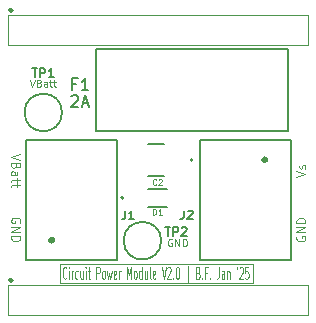
<source format=gbr>
%TF.GenerationSoftware,KiCad,Pcbnew,8.0.7*%
%TF.CreationDate,2025-01-28T21:08:18-05:00*%
%TF.ProjectId,Circuit Power Module,43697263-7569-4742-9050-6f776572204d,rev?*%
%TF.SameCoordinates,Original*%
%TF.FileFunction,Legend,Top*%
%TF.FilePolarity,Positive*%
%FSLAX46Y46*%
G04 Gerber Fmt 4.6, Leading zero omitted, Abs format (unit mm)*
G04 Created by KiCad (PCBNEW 8.0.7) date 2025-01-28 21:08:18*
%MOMM*%
%LPD*%
G01*
G04 APERTURE LIST*
%ADD10C,0.100000*%
%ADD11C,0.150000*%
%ADD12C,0.062500*%
%ADD13C,0.160000*%
%ADD14C,0.076200*%
%ADD15C,0.254000*%
%ADD16C,0.152400*%
%ADD17C,0.127000*%
%ADD18C,0.200000*%
%ADD19C,0.400000*%
G04 APERTURE END LIST*
D10*
X79310000Y-45220000D02*
X95700000Y-45220000D01*
X95700000Y-46800000D01*
X79310000Y-46800000D01*
X79310000Y-45220000D01*
X75911271Y-41725210D02*
X75946985Y-41653782D01*
X75946985Y-41653782D02*
X75946985Y-41546639D01*
X75946985Y-41546639D02*
X75911271Y-41439496D01*
X75911271Y-41439496D02*
X75839842Y-41368067D01*
X75839842Y-41368067D02*
X75768414Y-41332353D01*
X75768414Y-41332353D02*
X75625557Y-41296639D01*
X75625557Y-41296639D02*
X75518414Y-41296639D01*
X75518414Y-41296639D02*
X75375557Y-41332353D01*
X75375557Y-41332353D02*
X75304128Y-41368067D01*
X75304128Y-41368067D02*
X75232700Y-41439496D01*
X75232700Y-41439496D02*
X75196985Y-41546639D01*
X75196985Y-41546639D02*
X75196985Y-41618067D01*
X75196985Y-41618067D02*
X75232700Y-41725210D01*
X75232700Y-41725210D02*
X75268414Y-41760924D01*
X75268414Y-41760924D02*
X75518414Y-41760924D01*
X75518414Y-41760924D02*
X75518414Y-41618067D01*
X75196985Y-42082353D02*
X75946985Y-42082353D01*
X75946985Y-42082353D02*
X75196985Y-42510924D01*
X75196985Y-42510924D02*
X75946985Y-42510924D01*
X75196985Y-42868067D02*
X75946985Y-42868067D01*
X75946985Y-42868067D02*
X75946985Y-43046638D01*
X75946985Y-43046638D02*
X75911271Y-43153781D01*
X75911271Y-43153781D02*
X75839842Y-43225210D01*
X75839842Y-43225210D02*
X75768414Y-43260924D01*
X75768414Y-43260924D02*
X75625557Y-43296638D01*
X75625557Y-43296638D02*
X75518414Y-43296638D01*
X75518414Y-43296638D02*
X75375557Y-43260924D01*
X75375557Y-43260924D02*
X75304128Y-43225210D01*
X75304128Y-43225210D02*
X75232700Y-43153781D01*
X75232700Y-43153781D02*
X75196985Y-43046638D01*
X75196985Y-43046638D02*
X75196985Y-42868067D01*
X76781503Y-29607221D02*
X76981503Y-30207221D01*
X76981503Y-30207221D02*
X77181503Y-29607221D01*
X77581504Y-29892935D02*
X77667218Y-29921507D01*
X77667218Y-29921507D02*
X77695789Y-29950078D01*
X77695789Y-29950078D02*
X77724361Y-30007221D01*
X77724361Y-30007221D02*
X77724361Y-30092935D01*
X77724361Y-30092935D02*
X77695789Y-30150078D01*
X77695789Y-30150078D02*
X77667218Y-30178650D01*
X77667218Y-30178650D02*
X77610075Y-30207221D01*
X77610075Y-30207221D02*
X77381504Y-30207221D01*
X77381504Y-30207221D02*
X77381504Y-29607221D01*
X77381504Y-29607221D02*
X77581504Y-29607221D01*
X77581504Y-29607221D02*
X77638647Y-29635792D01*
X77638647Y-29635792D02*
X77667218Y-29664364D01*
X77667218Y-29664364D02*
X77695789Y-29721507D01*
X77695789Y-29721507D02*
X77695789Y-29778650D01*
X77695789Y-29778650D02*
X77667218Y-29835792D01*
X77667218Y-29835792D02*
X77638647Y-29864364D01*
X77638647Y-29864364D02*
X77581504Y-29892935D01*
X77581504Y-29892935D02*
X77381504Y-29892935D01*
X78238647Y-30207221D02*
X78238647Y-29892935D01*
X78238647Y-29892935D02*
X78210075Y-29835792D01*
X78210075Y-29835792D02*
X78152932Y-29807221D01*
X78152932Y-29807221D02*
X78038647Y-29807221D01*
X78038647Y-29807221D02*
X77981504Y-29835792D01*
X78238647Y-30178650D02*
X78181504Y-30207221D01*
X78181504Y-30207221D02*
X78038647Y-30207221D01*
X78038647Y-30207221D02*
X77981504Y-30178650D01*
X77981504Y-30178650D02*
X77952932Y-30121507D01*
X77952932Y-30121507D02*
X77952932Y-30064364D01*
X77952932Y-30064364D02*
X77981504Y-30007221D01*
X77981504Y-30007221D02*
X78038647Y-29978650D01*
X78038647Y-29978650D02*
X78181504Y-29978650D01*
X78181504Y-29978650D02*
X78238647Y-29950078D01*
X78438646Y-29807221D02*
X78667218Y-29807221D01*
X78524361Y-29607221D02*
X78524361Y-30121507D01*
X78524361Y-30121507D02*
X78552932Y-30178650D01*
X78552932Y-30178650D02*
X78610075Y-30207221D01*
X78610075Y-30207221D02*
X78667218Y-30207221D01*
X78781503Y-29807221D02*
X79010075Y-29807221D01*
X78867218Y-29607221D02*
X78867218Y-30121507D01*
X78867218Y-30121507D02*
X78895789Y-30178650D01*
X78895789Y-30178650D02*
X78952932Y-30207221D01*
X78952932Y-30207221D02*
X79010075Y-30207221D01*
X99353014Y-37868632D02*
X100103014Y-37618632D01*
X100103014Y-37618632D02*
X99353014Y-37368632D01*
X100067300Y-37154346D02*
X100103014Y-37082918D01*
X100103014Y-37082918D02*
X100103014Y-36940061D01*
X100103014Y-36940061D02*
X100067300Y-36868632D01*
X100067300Y-36868632D02*
X99995871Y-36832918D01*
X99995871Y-36832918D02*
X99960157Y-36832918D01*
X99960157Y-36832918D02*
X99888728Y-36868632D01*
X99888728Y-36868632D02*
X99853014Y-36940061D01*
X99853014Y-36940061D02*
X99853014Y-37047204D01*
X99853014Y-37047204D02*
X99817300Y-37118632D01*
X99817300Y-37118632D02*
X99745871Y-37154346D01*
X99745871Y-37154346D02*
X99710157Y-37154346D01*
X99710157Y-37154346D02*
X99638728Y-37118632D01*
X99638728Y-37118632D02*
X99603014Y-37047204D01*
X99603014Y-37047204D02*
X99603014Y-36940061D01*
X99603014Y-36940061D02*
X99638728Y-36868632D01*
X75946985Y-35903782D02*
X75196985Y-36153782D01*
X75196985Y-36153782D02*
X75946985Y-36403782D01*
X75589842Y-36903782D02*
X75554128Y-37010925D01*
X75554128Y-37010925D02*
X75518414Y-37046639D01*
X75518414Y-37046639D02*
X75446985Y-37082353D01*
X75446985Y-37082353D02*
X75339842Y-37082353D01*
X75339842Y-37082353D02*
X75268414Y-37046639D01*
X75268414Y-37046639D02*
X75232700Y-37010925D01*
X75232700Y-37010925D02*
X75196985Y-36939496D01*
X75196985Y-36939496D02*
X75196985Y-36653782D01*
X75196985Y-36653782D02*
X75946985Y-36653782D01*
X75946985Y-36653782D02*
X75946985Y-36903782D01*
X75946985Y-36903782D02*
X75911271Y-36975211D01*
X75911271Y-36975211D02*
X75875557Y-37010925D01*
X75875557Y-37010925D02*
X75804128Y-37046639D01*
X75804128Y-37046639D02*
X75732700Y-37046639D01*
X75732700Y-37046639D02*
X75661271Y-37010925D01*
X75661271Y-37010925D02*
X75625557Y-36975211D01*
X75625557Y-36975211D02*
X75589842Y-36903782D01*
X75589842Y-36903782D02*
X75589842Y-36653782D01*
X75196985Y-37725211D02*
X75589842Y-37725211D01*
X75589842Y-37725211D02*
X75661271Y-37689496D01*
X75661271Y-37689496D02*
X75696985Y-37618068D01*
X75696985Y-37618068D02*
X75696985Y-37475211D01*
X75696985Y-37475211D02*
X75661271Y-37403782D01*
X75232700Y-37725211D02*
X75196985Y-37653782D01*
X75196985Y-37653782D02*
X75196985Y-37475211D01*
X75196985Y-37475211D02*
X75232700Y-37403782D01*
X75232700Y-37403782D02*
X75304128Y-37368068D01*
X75304128Y-37368068D02*
X75375557Y-37368068D01*
X75375557Y-37368068D02*
X75446985Y-37403782D01*
X75446985Y-37403782D02*
X75482700Y-37475211D01*
X75482700Y-37475211D02*
X75482700Y-37653782D01*
X75482700Y-37653782D02*
X75518414Y-37725211D01*
X75696985Y-37975210D02*
X75696985Y-38260924D01*
X75946985Y-38082353D02*
X75304128Y-38082353D01*
X75304128Y-38082353D02*
X75232700Y-38118067D01*
X75232700Y-38118067D02*
X75196985Y-38189496D01*
X75196985Y-38189496D02*
X75196985Y-38260924D01*
X75696985Y-38403781D02*
X75696985Y-38689495D01*
X75946985Y-38510924D02*
X75304128Y-38510924D01*
X75304128Y-38510924D02*
X75232700Y-38546638D01*
X75232700Y-38546638D02*
X75196985Y-38618067D01*
X75196985Y-38618067D02*
X75196985Y-38689495D01*
X79870550Y-46377180D02*
X79846741Y-46424800D01*
X79846741Y-46424800D02*
X79775312Y-46472419D01*
X79775312Y-46472419D02*
X79727693Y-46472419D01*
X79727693Y-46472419D02*
X79656265Y-46424800D01*
X79656265Y-46424800D02*
X79608646Y-46329561D01*
X79608646Y-46329561D02*
X79584836Y-46234323D01*
X79584836Y-46234323D02*
X79561027Y-46043847D01*
X79561027Y-46043847D02*
X79561027Y-45900990D01*
X79561027Y-45900990D02*
X79584836Y-45710514D01*
X79584836Y-45710514D02*
X79608646Y-45615276D01*
X79608646Y-45615276D02*
X79656265Y-45520038D01*
X79656265Y-45520038D02*
X79727693Y-45472419D01*
X79727693Y-45472419D02*
X79775312Y-45472419D01*
X79775312Y-45472419D02*
X79846741Y-45520038D01*
X79846741Y-45520038D02*
X79870550Y-45567657D01*
X80084836Y-46472419D02*
X80084836Y-45805752D01*
X80084836Y-45472419D02*
X80061027Y-45520038D01*
X80061027Y-45520038D02*
X80084836Y-45567657D01*
X80084836Y-45567657D02*
X80108646Y-45520038D01*
X80108646Y-45520038D02*
X80084836Y-45472419D01*
X80084836Y-45472419D02*
X80084836Y-45567657D01*
X80322931Y-46472419D02*
X80322931Y-45805752D01*
X80322931Y-45996228D02*
X80346741Y-45900990D01*
X80346741Y-45900990D02*
X80370550Y-45853371D01*
X80370550Y-45853371D02*
X80418169Y-45805752D01*
X80418169Y-45805752D02*
X80465788Y-45805752D01*
X80846741Y-46424800D02*
X80799122Y-46472419D01*
X80799122Y-46472419D02*
X80703884Y-46472419D01*
X80703884Y-46472419D02*
X80656265Y-46424800D01*
X80656265Y-46424800D02*
X80632455Y-46377180D01*
X80632455Y-46377180D02*
X80608646Y-46281942D01*
X80608646Y-46281942D02*
X80608646Y-45996228D01*
X80608646Y-45996228D02*
X80632455Y-45900990D01*
X80632455Y-45900990D02*
X80656265Y-45853371D01*
X80656265Y-45853371D02*
X80703884Y-45805752D01*
X80703884Y-45805752D02*
X80799122Y-45805752D01*
X80799122Y-45805752D02*
X80846741Y-45853371D01*
X81275312Y-45805752D02*
X81275312Y-46472419D01*
X81061026Y-45805752D02*
X81061026Y-46329561D01*
X81061026Y-46329561D02*
X81084836Y-46424800D01*
X81084836Y-46424800D02*
X81132455Y-46472419D01*
X81132455Y-46472419D02*
X81203883Y-46472419D01*
X81203883Y-46472419D02*
X81251502Y-46424800D01*
X81251502Y-46424800D02*
X81275312Y-46377180D01*
X81513407Y-46472419D02*
X81513407Y-45805752D01*
X81513407Y-45472419D02*
X81489598Y-45520038D01*
X81489598Y-45520038D02*
X81513407Y-45567657D01*
X81513407Y-45567657D02*
X81537217Y-45520038D01*
X81537217Y-45520038D02*
X81513407Y-45472419D01*
X81513407Y-45472419D02*
X81513407Y-45567657D01*
X81680074Y-45805752D02*
X81870550Y-45805752D01*
X81751502Y-45472419D02*
X81751502Y-46329561D01*
X81751502Y-46329561D02*
X81775312Y-46424800D01*
X81775312Y-46424800D02*
X81822931Y-46472419D01*
X81822931Y-46472419D02*
X81870550Y-46472419D01*
X82418168Y-46472419D02*
X82418168Y-45472419D01*
X82418168Y-45472419D02*
X82608644Y-45472419D01*
X82608644Y-45472419D02*
X82656263Y-45520038D01*
X82656263Y-45520038D02*
X82680073Y-45567657D01*
X82680073Y-45567657D02*
X82703882Y-45662895D01*
X82703882Y-45662895D02*
X82703882Y-45805752D01*
X82703882Y-45805752D02*
X82680073Y-45900990D01*
X82680073Y-45900990D02*
X82656263Y-45948609D01*
X82656263Y-45948609D02*
X82608644Y-45996228D01*
X82608644Y-45996228D02*
X82418168Y-45996228D01*
X82989597Y-46472419D02*
X82941978Y-46424800D01*
X82941978Y-46424800D02*
X82918168Y-46377180D01*
X82918168Y-46377180D02*
X82894359Y-46281942D01*
X82894359Y-46281942D02*
X82894359Y-45996228D01*
X82894359Y-45996228D02*
X82918168Y-45900990D01*
X82918168Y-45900990D02*
X82941978Y-45853371D01*
X82941978Y-45853371D02*
X82989597Y-45805752D01*
X82989597Y-45805752D02*
X83061025Y-45805752D01*
X83061025Y-45805752D02*
X83108644Y-45853371D01*
X83108644Y-45853371D02*
X83132454Y-45900990D01*
X83132454Y-45900990D02*
X83156263Y-45996228D01*
X83156263Y-45996228D02*
X83156263Y-46281942D01*
X83156263Y-46281942D02*
X83132454Y-46377180D01*
X83132454Y-46377180D02*
X83108644Y-46424800D01*
X83108644Y-46424800D02*
X83061025Y-46472419D01*
X83061025Y-46472419D02*
X82989597Y-46472419D01*
X83322930Y-45805752D02*
X83418168Y-46472419D01*
X83418168Y-46472419D02*
X83513406Y-45996228D01*
X83513406Y-45996228D02*
X83608644Y-46472419D01*
X83608644Y-46472419D02*
X83703882Y-45805752D01*
X84084835Y-46424800D02*
X84037216Y-46472419D01*
X84037216Y-46472419D02*
X83941978Y-46472419D01*
X83941978Y-46472419D02*
X83894359Y-46424800D01*
X83894359Y-46424800D02*
X83870550Y-46329561D01*
X83870550Y-46329561D02*
X83870550Y-45948609D01*
X83870550Y-45948609D02*
X83894359Y-45853371D01*
X83894359Y-45853371D02*
X83941978Y-45805752D01*
X83941978Y-45805752D02*
X84037216Y-45805752D01*
X84037216Y-45805752D02*
X84084835Y-45853371D01*
X84084835Y-45853371D02*
X84108645Y-45948609D01*
X84108645Y-45948609D02*
X84108645Y-46043847D01*
X84108645Y-46043847D02*
X83870550Y-46139085D01*
X84322930Y-46472419D02*
X84322930Y-45805752D01*
X84322930Y-45996228D02*
X84346740Y-45900990D01*
X84346740Y-45900990D02*
X84370549Y-45853371D01*
X84370549Y-45853371D02*
X84418168Y-45805752D01*
X84418168Y-45805752D02*
X84465787Y-45805752D01*
X85013406Y-46472419D02*
X85013406Y-45472419D01*
X85013406Y-45472419D02*
X85180073Y-46186704D01*
X85180073Y-46186704D02*
X85346739Y-45472419D01*
X85346739Y-45472419D02*
X85346739Y-46472419D01*
X85656264Y-46472419D02*
X85608645Y-46424800D01*
X85608645Y-46424800D02*
X85584835Y-46377180D01*
X85584835Y-46377180D02*
X85561026Y-46281942D01*
X85561026Y-46281942D02*
X85561026Y-45996228D01*
X85561026Y-45996228D02*
X85584835Y-45900990D01*
X85584835Y-45900990D02*
X85608645Y-45853371D01*
X85608645Y-45853371D02*
X85656264Y-45805752D01*
X85656264Y-45805752D02*
X85727692Y-45805752D01*
X85727692Y-45805752D02*
X85775311Y-45853371D01*
X85775311Y-45853371D02*
X85799121Y-45900990D01*
X85799121Y-45900990D02*
X85822930Y-45996228D01*
X85822930Y-45996228D02*
X85822930Y-46281942D01*
X85822930Y-46281942D02*
X85799121Y-46377180D01*
X85799121Y-46377180D02*
X85775311Y-46424800D01*
X85775311Y-46424800D02*
X85727692Y-46472419D01*
X85727692Y-46472419D02*
X85656264Y-46472419D01*
X86251502Y-46472419D02*
X86251502Y-45472419D01*
X86251502Y-46424800D02*
X86203883Y-46472419D01*
X86203883Y-46472419D02*
X86108645Y-46472419D01*
X86108645Y-46472419D02*
X86061026Y-46424800D01*
X86061026Y-46424800D02*
X86037216Y-46377180D01*
X86037216Y-46377180D02*
X86013407Y-46281942D01*
X86013407Y-46281942D02*
X86013407Y-45996228D01*
X86013407Y-45996228D02*
X86037216Y-45900990D01*
X86037216Y-45900990D02*
X86061026Y-45853371D01*
X86061026Y-45853371D02*
X86108645Y-45805752D01*
X86108645Y-45805752D02*
X86203883Y-45805752D01*
X86203883Y-45805752D02*
X86251502Y-45853371D01*
X86703883Y-45805752D02*
X86703883Y-46472419D01*
X86489597Y-45805752D02*
X86489597Y-46329561D01*
X86489597Y-46329561D02*
X86513407Y-46424800D01*
X86513407Y-46424800D02*
X86561026Y-46472419D01*
X86561026Y-46472419D02*
X86632454Y-46472419D01*
X86632454Y-46472419D02*
X86680073Y-46424800D01*
X86680073Y-46424800D02*
X86703883Y-46377180D01*
X87013407Y-46472419D02*
X86965788Y-46424800D01*
X86965788Y-46424800D02*
X86941978Y-46329561D01*
X86941978Y-46329561D02*
X86941978Y-45472419D01*
X87394359Y-46424800D02*
X87346740Y-46472419D01*
X87346740Y-46472419D02*
X87251502Y-46472419D01*
X87251502Y-46472419D02*
X87203883Y-46424800D01*
X87203883Y-46424800D02*
X87180074Y-46329561D01*
X87180074Y-46329561D02*
X87180074Y-45948609D01*
X87180074Y-45948609D02*
X87203883Y-45853371D01*
X87203883Y-45853371D02*
X87251502Y-45805752D01*
X87251502Y-45805752D02*
X87346740Y-45805752D01*
X87346740Y-45805752D02*
X87394359Y-45853371D01*
X87394359Y-45853371D02*
X87418169Y-45948609D01*
X87418169Y-45948609D02*
X87418169Y-46043847D01*
X87418169Y-46043847D02*
X87180074Y-46139085D01*
X87941978Y-45472419D02*
X88108644Y-46472419D01*
X88108644Y-46472419D02*
X88275311Y-45472419D01*
X88418168Y-45567657D02*
X88441977Y-45520038D01*
X88441977Y-45520038D02*
X88489596Y-45472419D01*
X88489596Y-45472419D02*
X88608644Y-45472419D01*
X88608644Y-45472419D02*
X88656263Y-45520038D01*
X88656263Y-45520038D02*
X88680072Y-45567657D01*
X88680072Y-45567657D02*
X88703882Y-45662895D01*
X88703882Y-45662895D02*
X88703882Y-45758133D01*
X88703882Y-45758133D02*
X88680072Y-45900990D01*
X88680072Y-45900990D02*
X88394358Y-46472419D01*
X88394358Y-46472419D02*
X88703882Y-46472419D01*
X88918167Y-46377180D02*
X88941977Y-46424800D01*
X88941977Y-46424800D02*
X88918167Y-46472419D01*
X88918167Y-46472419D02*
X88894358Y-46424800D01*
X88894358Y-46424800D02*
X88918167Y-46377180D01*
X88918167Y-46377180D02*
X88918167Y-46472419D01*
X89251500Y-45472419D02*
X89299119Y-45472419D01*
X89299119Y-45472419D02*
X89346738Y-45520038D01*
X89346738Y-45520038D02*
X89370548Y-45567657D01*
X89370548Y-45567657D02*
X89394357Y-45662895D01*
X89394357Y-45662895D02*
X89418167Y-45853371D01*
X89418167Y-45853371D02*
X89418167Y-46091466D01*
X89418167Y-46091466D02*
X89394357Y-46281942D01*
X89394357Y-46281942D02*
X89370548Y-46377180D01*
X89370548Y-46377180D02*
X89346738Y-46424800D01*
X89346738Y-46424800D02*
X89299119Y-46472419D01*
X89299119Y-46472419D02*
X89251500Y-46472419D01*
X89251500Y-46472419D02*
X89203881Y-46424800D01*
X89203881Y-46424800D02*
X89180072Y-46377180D01*
X89180072Y-46377180D02*
X89156262Y-46281942D01*
X89156262Y-46281942D02*
X89132453Y-46091466D01*
X89132453Y-46091466D02*
X89132453Y-45853371D01*
X89132453Y-45853371D02*
X89156262Y-45662895D01*
X89156262Y-45662895D02*
X89180072Y-45567657D01*
X89180072Y-45567657D02*
X89203881Y-45520038D01*
X89203881Y-45520038D02*
X89251500Y-45472419D01*
X90132452Y-46805752D02*
X90132452Y-45377180D01*
X91037213Y-45948609D02*
X91108641Y-45996228D01*
X91108641Y-45996228D02*
X91132451Y-46043847D01*
X91132451Y-46043847D02*
X91156260Y-46139085D01*
X91156260Y-46139085D02*
X91156260Y-46281942D01*
X91156260Y-46281942D02*
X91132451Y-46377180D01*
X91132451Y-46377180D02*
X91108641Y-46424800D01*
X91108641Y-46424800D02*
X91061022Y-46472419D01*
X91061022Y-46472419D02*
X90870546Y-46472419D01*
X90870546Y-46472419D02*
X90870546Y-45472419D01*
X90870546Y-45472419D02*
X91037213Y-45472419D01*
X91037213Y-45472419D02*
X91084832Y-45520038D01*
X91084832Y-45520038D02*
X91108641Y-45567657D01*
X91108641Y-45567657D02*
X91132451Y-45662895D01*
X91132451Y-45662895D02*
X91132451Y-45758133D01*
X91132451Y-45758133D02*
X91108641Y-45853371D01*
X91108641Y-45853371D02*
X91084832Y-45900990D01*
X91084832Y-45900990D02*
X91037213Y-45948609D01*
X91037213Y-45948609D02*
X90870546Y-45948609D01*
X91370546Y-46377180D02*
X91394356Y-46424800D01*
X91394356Y-46424800D02*
X91370546Y-46472419D01*
X91370546Y-46472419D02*
X91346737Y-46424800D01*
X91346737Y-46424800D02*
X91370546Y-46377180D01*
X91370546Y-46377180D02*
X91370546Y-46472419D01*
X91775308Y-45948609D02*
X91608641Y-45948609D01*
X91608641Y-46472419D02*
X91608641Y-45472419D01*
X91608641Y-45472419D02*
X91846736Y-45472419D01*
X92037212Y-46377180D02*
X92061022Y-46424800D01*
X92061022Y-46424800D02*
X92037212Y-46472419D01*
X92037212Y-46472419D02*
X92013403Y-46424800D01*
X92013403Y-46424800D02*
X92037212Y-46377180D01*
X92037212Y-46377180D02*
X92037212Y-46472419D01*
X92799116Y-45472419D02*
X92799116Y-46186704D01*
X92799116Y-46186704D02*
X92775307Y-46329561D01*
X92775307Y-46329561D02*
X92727688Y-46424800D01*
X92727688Y-46424800D02*
X92656259Y-46472419D01*
X92656259Y-46472419D02*
X92608640Y-46472419D01*
X93251497Y-46472419D02*
X93251497Y-45948609D01*
X93251497Y-45948609D02*
X93227687Y-45853371D01*
X93227687Y-45853371D02*
X93180068Y-45805752D01*
X93180068Y-45805752D02*
X93084830Y-45805752D01*
X93084830Y-45805752D02*
X93037211Y-45853371D01*
X93251497Y-46424800D02*
X93203878Y-46472419D01*
X93203878Y-46472419D02*
X93084830Y-46472419D01*
X93084830Y-46472419D02*
X93037211Y-46424800D01*
X93037211Y-46424800D02*
X93013402Y-46329561D01*
X93013402Y-46329561D02*
X93013402Y-46234323D01*
X93013402Y-46234323D02*
X93037211Y-46139085D01*
X93037211Y-46139085D02*
X93084830Y-46091466D01*
X93084830Y-46091466D02*
X93203878Y-46091466D01*
X93203878Y-46091466D02*
X93251497Y-46043847D01*
X93489592Y-45805752D02*
X93489592Y-46472419D01*
X93489592Y-45900990D02*
X93513402Y-45853371D01*
X93513402Y-45853371D02*
X93561021Y-45805752D01*
X93561021Y-45805752D02*
X93632449Y-45805752D01*
X93632449Y-45805752D02*
X93680068Y-45853371D01*
X93680068Y-45853371D02*
X93703878Y-45948609D01*
X93703878Y-45948609D02*
X93703878Y-46472419D01*
X94346735Y-45472419D02*
X94299116Y-45662895D01*
X94537211Y-45567657D02*
X94561020Y-45520038D01*
X94561020Y-45520038D02*
X94608639Y-45472419D01*
X94608639Y-45472419D02*
X94727687Y-45472419D01*
X94727687Y-45472419D02*
X94775306Y-45520038D01*
X94775306Y-45520038D02*
X94799115Y-45567657D01*
X94799115Y-45567657D02*
X94822925Y-45662895D01*
X94822925Y-45662895D02*
X94822925Y-45758133D01*
X94822925Y-45758133D02*
X94799115Y-45900990D01*
X94799115Y-45900990D02*
X94513401Y-46472419D01*
X94513401Y-46472419D02*
X94822925Y-46472419D01*
X95275305Y-45472419D02*
X95037210Y-45472419D01*
X95037210Y-45472419D02*
X95013401Y-45948609D01*
X95013401Y-45948609D02*
X95037210Y-45900990D01*
X95037210Y-45900990D02*
X95084829Y-45853371D01*
X95084829Y-45853371D02*
X95203877Y-45853371D01*
X95203877Y-45853371D02*
X95251496Y-45900990D01*
X95251496Y-45900990D02*
X95275305Y-45948609D01*
X95275305Y-45948609D02*
X95299115Y-46043847D01*
X95299115Y-46043847D02*
X95299115Y-46281942D01*
X95299115Y-46281942D02*
X95275305Y-46377180D01*
X95275305Y-46377180D02*
X95251496Y-46424800D01*
X95251496Y-46424800D02*
X95203877Y-46472419D01*
X95203877Y-46472419D02*
X95084829Y-46472419D01*
X95084829Y-46472419D02*
X95037210Y-46424800D01*
X95037210Y-46424800D02*
X95013401Y-46377180D01*
X88822931Y-43149942D02*
X88765789Y-43121371D01*
X88765789Y-43121371D02*
X88680074Y-43121371D01*
X88680074Y-43121371D02*
X88594360Y-43149942D01*
X88594360Y-43149942D02*
X88537217Y-43207085D01*
X88537217Y-43207085D02*
X88508646Y-43264228D01*
X88508646Y-43264228D02*
X88480074Y-43378514D01*
X88480074Y-43378514D02*
X88480074Y-43464228D01*
X88480074Y-43464228D02*
X88508646Y-43578514D01*
X88508646Y-43578514D02*
X88537217Y-43635657D01*
X88537217Y-43635657D02*
X88594360Y-43692800D01*
X88594360Y-43692800D02*
X88680074Y-43721371D01*
X88680074Y-43721371D02*
X88737217Y-43721371D01*
X88737217Y-43721371D02*
X88822931Y-43692800D01*
X88822931Y-43692800D02*
X88851503Y-43664228D01*
X88851503Y-43664228D02*
X88851503Y-43464228D01*
X88851503Y-43464228D02*
X88737217Y-43464228D01*
X89108646Y-43721371D02*
X89108646Y-43121371D01*
X89108646Y-43121371D02*
X89451503Y-43721371D01*
X89451503Y-43721371D02*
X89451503Y-43121371D01*
X89737217Y-43721371D02*
X89737217Y-43121371D01*
X89737217Y-43121371D02*
X89880074Y-43121371D01*
X89880074Y-43121371D02*
X89965788Y-43149942D01*
X89965788Y-43149942D02*
X90022931Y-43207085D01*
X90022931Y-43207085D02*
X90051502Y-43264228D01*
X90051502Y-43264228D02*
X90080074Y-43378514D01*
X90080074Y-43378514D02*
X90080074Y-43464228D01*
X90080074Y-43464228D02*
X90051502Y-43578514D01*
X90051502Y-43578514D02*
X90022931Y-43635657D01*
X90022931Y-43635657D02*
X89965788Y-43692800D01*
X89965788Y-43692800D02*
X89880074Y-43721371D01*
X89880074Y-43721371D02*
X89737217Y-43721371D01*
X99388728Y-42886489D02*
X99353014Y-42957918D01*
X99353014Y-42957918D02*
X99353014Y-43065060D01*
X99353014Y-43065060D02*
X99388728Y-43172203D01*
X99388728Y-43172203D02*
X99460157Y-43243632D01*
X99460157Y-43243632D02*
X99531585Y-43279346D01*
X99531585Y-43279346D02*
X99674442Y-43315060D01*
X99674442Y-43315060D02*
X99781585Y-43315060D01*
X99781585Y-43315060D02*
X99924442Y-43279346D01*
X99924442Y-43279346D02*
X99995871Y-43243632D01*
X99995871Y-43243632D02*
X100067300Y-43172203D01*
X100067300Y-43172203D02*
X100103014Y-43065060D01*
X100103014Y-43065060D02*
X100103014Y-42993632D01*
X100103014Y-42993632D02*
X100067300Y-42886489D01*
X100067300Y-42886489D02*
X100031585Y-42850775D01*
X100031585Y-42850775D02*
X99781585Y-42850775D01*
X99781585Y-42850775D02*
X99781585Y-42993632D01*
X100103014Y-42529346D02*
X99353014Y-42529346D01*
X99353014Y-42529346D02*
X100103014Y-42100775D01*
X100103014Y-42100775D02*
X99353014Y-42100775D01*
X100103014Y-41743632D02*
X99353014Y-41743632D01*
X99353014Y-41743632D02*
X99353014Y-41565061D01*
X99353014Y-41565061D02*
X99388728Y-41457918D01*
X99388728Y-41457918D02*
X99460157Y-41386489D01*
X99460157Y-41386489D02*
X99531585Y-41350775D01*
X99531585Y-41350775D02*
X99674442Y-41315061D01*
X99674442Y-41315061D02*
X99781585Y-41315061D01*
X99781585Y-41315061D02*
X99924442Y-41350775D01*
X99924442Y-41350775D02*
X99995871Y-41386489D01*
X99995871Y-41386489D02*
X100067300Y-41457918D01*
X100067300Y-41457918D02*
X100103014Y-41565061D01*
X100103014Y-41565061D02*
X100103014Y-41743632D01*
D11*
X80302268Y-31015907D02*
X80349887Y-30968288D01*
X80349887Y-30968288D02*
X80445125Y-30920669D01*
X80445125Y-30920669D02*
X80683220Y-30920669D01*
X80683220Y-30920669D02*
X80778458Y-30968288D01*
X80778458Y-30968288D02*
X80826077Y-31015907D01*
X80826077Y-31015907D02*
X80873696Y-31111145D01*
X80873696Y-31111145D02*
X80873696Y-31206383D01*
X80873696Y-31206383D02*
X80826077Y-31349240D01*
X80826077Y-31349240D02*
X80254649Y-31920669D01*
X80254649Y-31920669D02*
X80873696Y-31920669D01*
X81254649Y-31634954D02*
X81730839Y-31634954D01*
X81159411Y-31920669D02*
X81492744Y-30920669D01*
X81492744Y-30920669D02*
X81826077Y-31920669D01*
D12*
X87486666Y-38476290D02*
X87462857Y-38500100D01*
X87462857Y-38500100D02*
X87391428Y-38523909D01*
X87391428Y-38523909D02*
X87343809Y-38523909D01*
X87343809Y-38523909D02*
X87272381Y-38500100D01*
X87272381Y-38500100D02*
X87224762Y-38452480D01*
X87224762Y-38452480D02*
X87200952Y-38404861D01*
X87200952Y-38404861D02*
X87177143Y-38309623D01*
X87177143Y-38309623D02*
X87177143Y-38238195D01*
X87177143Y-38238195D02*
X87200952Y-38142957D01*
X87200952Y-38142957D02*
X87224762Y-38095338D01*
X87224762Y-38095338D02*
X87272381Y-38047719D01*
X87272381Y-38047719D02*
X87343809Y-38023909D01*
X87343809Y-38023909D02*
X87391428Y-38023909D01*
X87391428Y-38023909D02*
X87462857Y-38047719D01*
X87462857Y-38047719D02*
X87486666Y-38071528D01*
X87677143Y-38071528D02*
X87700952Y-38047719D01*
X87700952Y-38047719D02*
X87748571Y-38023909D01*
X87748571Y-38023909D02*
X87867619Y-38023909D01*
X87867619Y-38023909D02*
X87915238Y-38047719D01*
X87915238Y-38047719D02*
X87939047Y-38071528D01*
X87939047Y-38071528D02*
X87962857Y-38119147D01*
X87962857Y-38119147D02*
X87962857Y-38166766D01*
X87962857Y-38166766D02*
X87939047Y-38238195D01*
X87939047Y-38238195D02*
X87653333Y-38523909D01*
X87653333Y-38523909D02*
X87962857Y-38523909D01*
X87200952Y-41053909D02*
X87200952Y-40553909D01*
X87200952Y-40553909D02*
X87320000Y-40553909D01*
X87320000Y-40553909D02*
X87391428Y-40577719D01*
X87391428Y-40577719D02*
X87439047Y-40625338D01*
X87439047Y-40625338D02*
X87462857Y-40672957D01*
X87462857Y-40672957D02*
X87486666Y-40768195D01*
X87486666Y-40768195D02*
X87486666Y-40839623D01*
X87486666Y-40839623D02*
X87462857Y-40934861D01*
X87462857Y-40934861D02*
X87439047Y-40982480D01*
X87439047Y-40982480D02*
X87391428Y-41030100D01*
X87391428Y-41030100D02*
X87320000Y-41053909D01*
X87320000Y-41053909D02*
X87200952Y-41053909D01*
X87962857Y-41053909D02*
X87677143Y-41053909D01*
X87820000Y-41053909D02*
X87820000Y-40553909D01*
X87820000Y-40553909D02*
X87772381Y-40625338D01*
X87772381Y-40625338D02*
X87724762Y-40672957D01*
X87724762Y-40672957D02*
X87677143Y-40696766D01*
D13*
X76973571Y-28664494D02*
X77402143Y-28664494D01*
X77187857Y-29414494D02*
X77187857Y-28664494D01*
X77652143Y-29414494D02*
X77652143Y-28664494D01*
X77652143Y-28664494D02*
X77937857Y-28664494D01*
X77937857Y-28664494D02*
X78009286Y-28700208D01*
X78009286Y-28700208D02*
X78045000Y-28735922D01*
X78045000Y-28735922D02*
X78080714Y-28807351D01*
X78080714Y-28807351D02*
X78080714Y-28914494D01*
X78080714Y-28914494D02*
X78045000Y-28985922D01*
X78045000Y-28985922D02*
X78009286Y-29021637D01*
X78009286Y-29021637D02*
X77937857Y-29057351D01*
X77937857Y-29057351D02*
X77652143Y-29057351D01*
X78795000Y-29414494D02*
X78366429Y-29414494D01*
X78580714Y-29414494D02*
X78580714Y-28664494D01*
X78580714Y-28664494D02*
X78509286Y-28771637D01*
X78509286Y-28771637D02*
X78437857Y-28843065D01*
X78437857Y-28843065D02*
X78366429Y-28878780D01*
D11*
X89810000Y-40705014D02*
X89810000Y-41240728D01*
X89810000Y-41240728D02*
X89774285Y-41347871D01*
X89774285Y-41347871D02*
X89702857Y-41419300D01*
X89702857Y-41419300D02*
X89595714Y-41455014D01*
X89595714Y-41455014D02*
X89524285Y-41455014D01*
X90131429Y-40776442D02*
X90167143Y-40740728D01*
X90167143Y-40740728D02*
X90238572Y-40705014D01*
X90238572Y-40705014D02*
X90417143Y-40705014D01*
X90417143Y-40705014D02*
X90488572Y-40740728D01*
X90488572Y-40740728D02*
X90524286Y-40776442D01*
X90524286Y-40776442D02*
X90560000Y-40847871D01*
X90560000Y-40847871D02*
X90560000Y-40919300D01*
X90560000Y-40919300D02*
X90524286Y-41026442D01*
X90524286Y-41026442D02*
X90095714Y-41455014D01*
X90095714Y-41455014D02*
X90560000Y-41455014D01*
X84840000Y-40705014D02*
X84840000Y-41240728D01*
X84840000Y-41240728D02*
X84804285Y-41347871D01*
X84804285Y-41347871D02*
X84732857Y-41419300D01*
X84732857Y-41419300D02*
X84625714Y-41455014D01*
X84625714Y-41455014D02*
X84554285Y-41455014D01*
X85590000Y-41455014D02*
X85161429Y-41455014D01*
X85375714Y-41455014D02*
X85375714Y-40705014D01*
X85375714Y-40705014D02*
X85304286Y-40812157D01*
X85304286Y-40812157D02*
X85232857Y-40883585D01*
X85232857Y-40883585D02*
X85161429Y-40919300D01*
X80683220Y-29966859D02*
X80349887Y-29966859D01*
X80349887Y-30490669D02*
X80349887Y-29490669D01*
X80349887Y-29490669D02*
X80826077Y-29490669D01*
X81730839Y-30490669D02*
X81159411Y-30490669D01*
X81445125Y-30490669D02*
X81445125Y-29490669D01*
X81445125Y-29490669D02*
X81349887Y-29633526D01*
X81349887Y-29633526D02*
X81254649Y-29728764D01*
X81254649Y-29728764D02*
X81159411Y-29776383D01*
D13*
X88253571Y-42088644D02*
X88682143Y-42088644D01*
X88467857Y-42838644D02*
X88467857Y-42088644D01*
X88932143Y-42838644D02*
X88932143Y-42088644D01*
X88932143Y-42088644D02*
X89217857Y-42088644D01*
X89217857Y-42088644D02*
X89289286Y-42124358D01*
X89289286Y-42124358D02*
X89325000Y-42160072D01*
X89325000Y-42160072D02*
X89360714Y-42231501D01*
X89360714Y-42231501D02*
X89360714Y-42338644D01*
X89360714Y-42338644D02*
X89325000Y-42410072D01*
X89325000Y-42410072D02*
X89289286Y-42445787D01*
X89289286Y-42445787D02*
X89217857Y-42481501D01*
X89217857Y-42481501D02*
X88932143Y-42481501D01*
X89646429Y-42160072D02*
X89682143Y-42124358D01*
X89682143Y-42124358D02*
X89753572Y-42088644D01*
X89753572Y-42088644D02*
X89932143Y-42088644D01*
X89932143Y-42088644D02*
X90003572Y-42124358D01*
X90003572Y-42124358D02*
X90039286Y-42160072D01*
X90039286Y-42160072D02*
X90075000Y-42231501D01*
X90075000Y-42231501D02*
X90075000Y-42302930D01*
X90075000Y-42302930D02*
X90039286Y-42410072D01*
X90039286Y-42410072D02*
X89610714Y-42838644D01*
X89610714Y-42838644D02*
X90075000Y-42838644D01*
D14*
%TO.C,REF\u002A\u002A*%
X74930000Y-46990000D02*
X74930000Y-49530000D01*
X74930000Y-46990000D02*
X100330000Y-46990000D01*
X100330000Y-46990000D02*
X100330000Y-49530000D01*
X100330000Y-49530000D02*
X74930000Y-49530000D01*
D15*
X75311000Y-46609000D02*
G75*
G02*
X75057000Y-46609000I-127000J0D01*
G01*
X75057000Y-46609000D02*
G75*
G02*
X75311000Y-46609000I127000J0D01*
G01*
D14*
X74930000Y-24130000D02*
X74930000Y-26670000D01*
X74930000Y-24130000D02*
X100330000Y-24130000D01*
X100330000Y-24130000D02*
X100330000Y-26670000D01*
X100330000Y-26670000D02*
X74930000Y-26670000D01*
D15*
X75311000Y-23749000D02*
G75*
G02*
X75057000Y-23749000I-127000J0D01*
G01*
X75057000Y-23749000D02*
G75*
G02*
X75311000Y-23749000I127000J0D01*
G01*
D16*
%TO.C,C2*%
X86807447Y-37808950D02*
X88173751Y-37808950D01*
X88173751Y-35054950D02*
X86807447Y-35054950D01*
X90563800Y-36431950D02*
G75*
G02*
X90411400Y-36431950I-76200J0D01*
G01*
X90411400Y-36431950D02*
G75*
G02*
X90563800Y-36431950I76200J0D01*
G01*
D17*
%TO.C,D1*%
X86765000Y-38865850D02*
X88425000Y-38865850D01*
X86765000Y-40365850D02*
X88425000Y-40365850D01*
D18*
X84695000Y-39615850D02*
G75*
G02*
X84495000Y-39615850I-100000J0D01*
G01*
X84495000Y-39615850D02*
G75*
G02*
X84695000Y-39615850I100000J0D01*
G01*
D17*
%TO.C,TP1*%
X79510000Y-32395850D02*
G75*
G02*
X76330000Y-32395850I-1590000J0D01*
G01*
X76330000Y-32395850D02*
G75*
G02*
X79510000Y-32395850I1590000J0D01*
G01*
D18*
%TO.C,J2*%
X91160000Y-34705850D02*
X98860000Y-34705850D01*
X91160000Y-44905850D02*
X91160000Y-34705850D01*
X98860000Y-34705850D02*
X98860000Y-44905850D01*
X98860000Y-44905850D02*
X91160000Y-44905850D01*
D19*
X96760000Y-36405850D02*
G75*
G02*
X96560000Y-36405850I-100000J0D01*
G01*
X96560000Y-36405850D02*
G75*
G02*
X96760000Y-36405850I100000J0D01*
G01*
D18*
%TO.C,J1*%
X76420000Y-34705850D02*
X84120000Y-34705850D01*
X76420000Y-44905850D02*
X76420000Y-34705850D01*
X84120000Y-34705850D02*
X84120000Y-44905850D01*
X84120000Y-44905850D02*
X76420000Y-44905850D01*
D19*
X78720000Y-43205850D02*
G75*
G02*
X78520000Y-43205850I-100000J0D01*
G01*
X78520000Y-43205850D02*
G75*
G02*
X78720000Y-43205850I100000J0D01*
G01*
D16*
%TO.C,F1*%
X82382000Y-27013350D02*
X82382000Y-33998350D01*
X98638000Y-27013350D02*
X82382000Y-27013350D01*
X98638000Y-27013350D02*
X98638000Y-33998350D01*
X98638000Y-33998350D02*
X82382000Y-33998350D01*
D17*
%TO.C,TP2*%
X87900000Y-43255850D02*
G75*
G02*
X84720000Y-43255850I-1590000J0D01*
G01*
X84720000Y-43255850D02*
G75*
G02*
X87900000Y-43255850I1590000J0D01*
G01*
%TD*%
M02*

</source>
